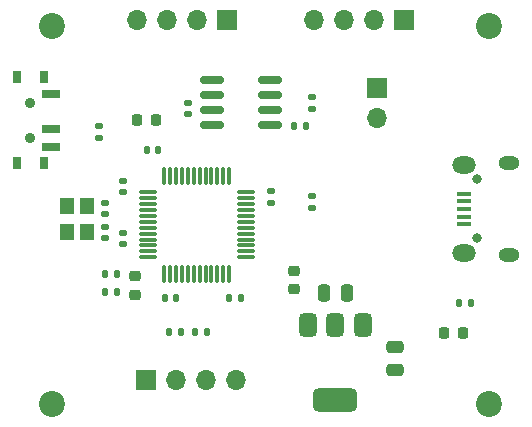
<source format=gbr>
%TF.GenerationSoftware,KiCad,Pcbnew,8.0.8-8.0.8-0~ubuntu24.04.1*%
%TF.CreationDate,2025-02-20T16:37:28+05:30*%
%TF.ProjectId,STM32_BT_IMU,53544d33-325f-4425-945f-494d552e6b69,rev?*%
%TF.SameCoordinates,Original*%
%TF.FileFunction,Soldermask,Top*%
%TF.FilePolarity,Negative*%
%FSLAX46Y46*%
G04 Gerber Fmt 4.6, Leading zero omitted, Abs format (unit mm)*
G04 Created by KiCad (PCBNEW 8.0.8-8.0.8-0~ubuntu24.04.1) date 2025-02-20 16:37:28*
%MOMM*%
%LPD*%
G01*
G04 APERTURE LIST*
G04 Aperture macros list*
%AMRoundRect*
0 Rectangle with rounded corners*
0 $1 Rounding radius*
0 $2 $3 $4 $5 $6 $7 $8 $9 X,Y pos of 4 corners*
0 Add a 4 corners polygon primitive as box body*
4,1,4,$2,$3,$4,$5,$6,$7,$8,$9,$2,$3,0*
0 Add four circle primitives for the rounded corners*
1,1,$1+$1,$2,$3*
1,1,$1+$1,$4,$5*
1,1,$1+$1,$6,$7*
1,1,$1+$1,$8,$9*
0 Add four rect primitives between the rounded corners*
20,1,$1+$1,$2,$3,$4,$5,0*
20,1,$1+$1,$4,$5,$6,$7,0*
20,1,$1+$1,$6,$7,$8,$9,0*
20,1,$1+$1,$8,$9,$2,$3,0*%
G04 Aperture macros list end*
%ADD10RoundRect,0.218750X-0.256250X0.218750X-0.256250X-0.218750X0.256250X-0.218750X0.256250X0.218750X0*%
%ADD11RoundRect,0.140000X-0.140000X-0.170000X0.140000X-0.170000X0.140000X0.170000X-0.140000X0.170000X0*%
%ADD12RoundRect,0.140000X0.170000X-0.140000X0.170000X0.140000X-0.170000X0.140000X-0.170000X-0.140000X0*%
%ADD13RoundRect,0.250000X0.250000X0.475000X-0.250000X0.475000X-0.250000X-0.475000X0.250000X-0.475000X0*%
%ADD14RoundRect,0.140000X0.140000X0.170000X-0.140000X0.170000X-0.140000X-0.170000X0.140000X-0.170000X0*%
%ADD15C,2.200000*%
%ADD16RoundRect,0.075000X-0.662500X-0.075000X0.662500X-0.075000X0.662500X0.075000X-0.662500X0.075000X0*%
%ADD17RoundRect,0.075000X-0.075000X-0.662500X0.075000X-0.662500X0.075000X0.662500X-0.075000X0.662500X0*%
%ADD18RoundRect,0.375000X-0.375000X0.625000X-0.375000X-0.625000X0.375000X-0.625000X0.375000X0.625000X0*%
%ADD19RoundRect,0.500000X-1.400000X0.500000X-1.400000X-0.500000X1.400000X-0.500000X1.400000X0.500000X0*%
%ADD20RoundRect,0.135000X-0.135000X-0.185000X0.135000X-0.185000X0.135000X0.185000X-0.135000X0.185000X0*%
%ADD21RoundRect,0.140000X-0.170000X0.140000X-0.170000X-0.140000X0.170000X-0.140000X0.170000X0.140000X0*%
%ADD22RoundRect,0.135000X0.185000X-0.135000X0.185000X0.135000X-0.185000X0.135000X-0.185000X-0.135000X0*%
%ADD23R,1.700000X1.700000*%
%ADD24O,1.700000X1.700000*%
%ADD25R,0.800000X1.000000*%
%ADD26C,0.900000*%
%ADD27R,1.500000X0.700000*%
%ADD28RoundRect,0.218750X0.218750X0.256250X-0.218750X0.256250X-0.218750X-0.256250X0.218750X-0.256250X0*%
%ADD29RoundRect,0.135000X0.135000X0.185000X-0.135000X0.185000X-0.135000X-0.185000X0.135000X-0.185000X0*%
%ADD30R,1.200000X1.400000*%
%ADD31O,0.800000X0.800000*%
%ADD32R,1.300000X0.450000*%
%ADD33O,1.800000X1.150000*%
%ADD34O,2.000000X1.450000*%
%ADD35RoundRect,0.225000X-0.225000X-0.250000X0.225000X-0.250000X0.225000X0.250000X-0.225000X0.250000X0*%
%ADD36RoundRect,0.135000X-0.185000X0.135000X-0.185000X-0.135000X0.185000X-0.135000X0.185000X0.135000X0*%
%ADD37RoundRect,0.150000X-0.825000X-0.150000X0.825000X-0.150000X0.825000X0.150000X-0.825000X0.150000X0*%
%ADD38RoundRect,0.250000X-0.475000X0.250000X-0.475000X-0.250000X0.475000X-0.250000X0.475000X0.250000X0*%
G04 APERTURE END LIST*
D10*
%TO.C,FB1*%
X61000000Y-93212500D03*
X61000000Y-94787500D03*
%TD*%
D11*
%TO.C,C1*%
X62020000Y-82500000D03*
X62980000Y-82500000D03*
%TD*%
D12*
%TO.C,C6*%
X60000000Y-90480000D03*
X60000000Y-89520000D03*
%TD*%
D13*
%TO.C,C12*%
X78950000Y-94650000D03*
X77050000Y-94650000D03*
%TD*%
D14*
%TO.C,C7*%
X59480000Y-93000000D03*
X58520000Y-93000000D03*
%TD*%
D15*
%TO.C,H2*%
X91000000Y-104000000D03*
%TD*%
D12*
%TO.C,C10*%
X58500000Y-87940000D03*
X58500000Y-86980000D03*
%TD*%
D16*
%TO.C,U1*%
X62087500Y-86087500D03*
X62087500Y-86587500D03*
X62087500Y-87087500D03*
X62087500Y-87587500D03*
X62087500Y-88087500D03*
X62087500Y-88587500D03*
X62087500Y-89087500D03*
X62087500Y-89587500D03*
X62087500Y-90087500D03*
X62087500Y-90587500D03*
X62087500Y-91087500D03*
X62087500Y-91587500D03*
D17*
X63500000Y-93000000D03*
X64000000Y-93000000D03*
X64500000Y-93000000D03*
X65000000Y-93000000D03*
X65500000Y-93000000D03*
X66000000Y-93000000D03*
X66500000Y-93000000D03*
X67000000Y-93000000D03*
X67500000Y-93000000D03*
X68000000Y-93000000D03*
X68500000Y-93000000D03*
X69000000Y-93000000D03*
D16*
X70412500Y-91587500D03*
X70412500Y-91087500D03*
X70412500Y-90587500D03*
X70412500Y-90087500D03*
X70412500Y-89587500D03*
X70412500Y-89087500D03*
X70412500Y-88587500D03*
X70412500Y-88087500D03*
X70412500Y-87587500D03*
X70412500Y-87087500D03*
X70412500Y-86587500D03*
X70412500Y-86087500D03*
D17*
X69000000Y-84675000D03*
X68500000Y-84675000D03*
X68000000Y-84675000D03*
X67500000Y-84675000D03*
X67000000Y-84675000D03*
X66500000Y-84675000D03*
X66000000Y-84675000D03*
X65500000Y-84675000D03*
X65000000Y-84675000D03*
X64500000Y-84675000D03*
X64000000Y-84675000D03*
X63500000Y-84675000D03*
%TD*%
D18*
%TO.C,U2*%
X80300000Y-97350000D03*
X78000000Y-97350000D03*
D19*
X78000000Y-103650000D03*
D18*
X75700000Y-97350000D03*
%TD*%
D20*
%TO.C,R5*%
X63890000Y-97900000D03*
X64910000Y-97900000D03*
%TD*%
D21*
%TO.C,C11*%
X58500000Y-89000000D03*
X58500000Y-89960000D03*
%TD*%
D10*
%TO.C,FB2*%
X74500000Y-92712500D03*
X74500000Y-94287500D03*
%TD*%
D12*
%TO.C,C4*%
X60000000Y-86087500D03*
X60000000Y-85127500D03*
%TD*%
D14*
%TO.C,C8*%
X59480000Y-94500000D03*
X58520000Y-94500000D03*
%TD*%
D22*
%TO.C,R2*%
X76000000Y-79010000D03*
X76000000Y-77990000D03*
%TD*%
D15*
%TO.C,H1*%
X54000000Y-104000000D03*
%TD*%
D23*
%TO.C,J2*%
X83800000Y-71500000D03*
D24*
X81260000Y-71500000D03*
X78720000Y-71500000D03*
X76180000Y-71500000D03*
%TD*%
D25*
%TO.C,SW1*%
X53280000Y-76350000D03*
X51070000Y-76350000D03*
D26*
X52170000Y-78500000D03*
X52170000Y-81500000D03*
D25*
X53280000Y-83650000D03*
X51070000Y-83650000D03*
D27*
X53930000Y-77750000D03*
X53930000Y-80750000D03*
X53930000Y-82250000D03*
%TD*%
D28*
%TO.C,D1*%
X88787500Y-98000000D03*
X87212500Y-98000000D03*
%TD*%
D21*
%TO.C,C3*%
X72500000Y-86020000D03*
X72500000Y-86980000D03*
%TD*%
D29*
%TO.C,R6*%
X67110000Y-97900000D03*
X66090000Y-97900000D03*
%TD*%
D30*
%TO.C,Y1*%
X55300000Y-87280000D03*
X55300000Y-89480000D03*
X57000000Y-89480000D03*
X57000000Y-87280000D03*
%TD*%
D31*
%TO.C,J1*%
X89945000Y-90000000D03*
X89945000Y-85000000D03*
D32*
X88845000Y-88800000D03*
X88845000Y-88150000D03*
X88845000Y-87500000D03*
X88845000Y-86850000D03*
X88845000Y-86200000D03*
D33*
X92695000Y-91375000D03*
D34*
X88895000Y-91225000D03*
X88895000Y-83775000D03*
D33*
X92695000Y-83625000D03*
%TD*%
D23*
%TO.C,J4*%
X61920000Y-102000000D03*
D24*
X64460000Y-102000000D03*
X67000000Y-102000000D03*
X69540000Y-102000000D03*
%TD*%
D35*
%TO.C,C5*%
X61225000Y-80000000D03*
X62775000Y-80000000D03*
%TD*%
D15*
%TO.C,H3*%
X54000000Y-72000000D03*
%TD*%
D23*
%TO.C,J5*%
X81500000Y-77225000D03*
D24*
X81500000Y-79765000D03*
%TD*%
D29*
%TO.C,R4*%
X89510000Y-95500000D03*
X88490000Y-95500000D03*
%TD*%
D14*
%TO.C,C15*%
X75480000Y-80500000D03*
X74520000Y-80500000D03*
%TD*%
D36*
%TO.C,R1*%
X58000000Y-80490000D03*
X58000000Y-81510000D03*
%TD*%
D23*
%TO.C,J3*%
X68800000Y-71500000D03*
D24*
X66260000Y-71500000D03*
X63720000Y-71500000D03*
X61180000Y-71500000D03*
%TD*%
D22*
%TO.C,R3*%
X76000000Y-87410000D03*
X76000000Y-86390000D03*
%TD*%
D37*
%TO.C,U3*%
X67525000Y-76595000D03*
X67525000Y-77865000D03*
X67525000Y-79135000D03*
X67525000Y-80405000D03*
X72475000Y-80405000D03*
X72475000Y-79135000D03*
X72475000Y-77865000D03*
X72475000Y-76595000D03*
%TD*%
D15*
%TO.C,H4*%
X91000000Y-72000000D03*
%TD*%
D11*
%TO.C,C9*%
X63540000Y-95000000D03*
X64500000Y-95000000D03*
%TD*%
D12*
%TO.C,C14*%
X65500000Y-79480000D03*
X65500000Y-78520000D03*
%TD*%
D38*
%TO.C,C13*%
X83000000Y-99200000D03*
X83000000Y-101100000D03*
%TD*%
D14*
%TO.C,C2*%
X69980000Y-95000000D03*
X69020000Y-95000000D03*
%TD*%
M02*

</source>
